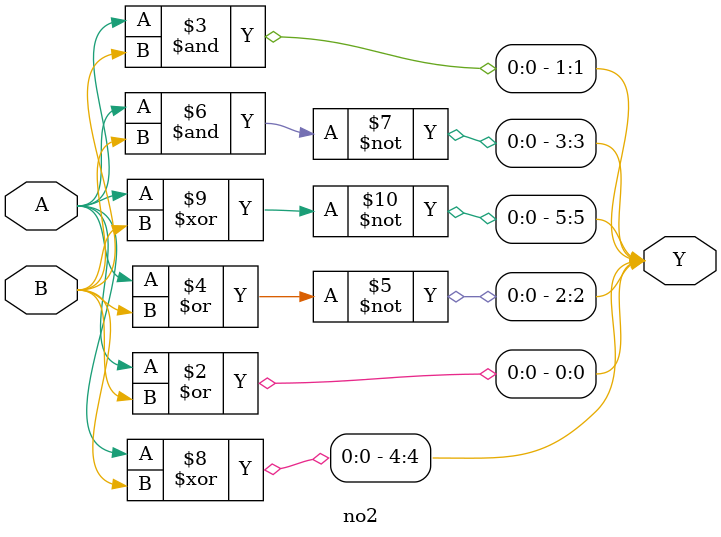
<source format=v>
module no2(A, B, Y);
    input A, B;
    output reg [5:0]Y;

    always@(*)
    begin
        Y[0] = A|B;
        Y[1] = A&B;
        Y[2] = ~(A|B);
        Y[3] = ~(A&B);
        Y[4] = A^B;
        Y[5] = ~(A^B);
    end
endmodule

</source>
